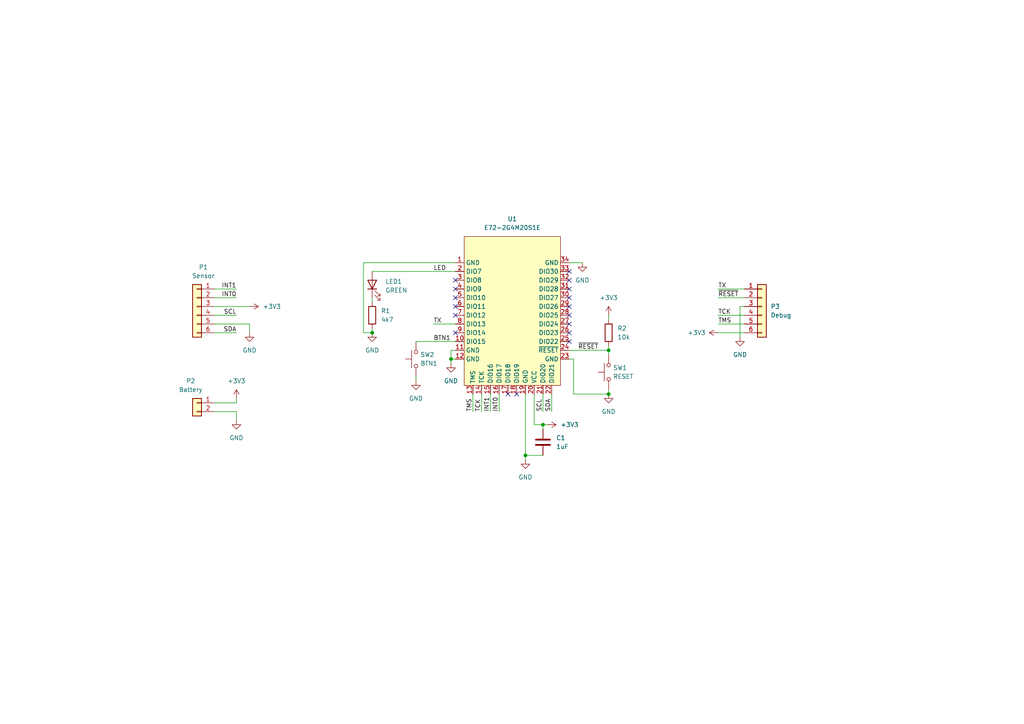
<source format=kicad_sch>
(kicad_sch (version 20210621) (generator eeschema)

  (uuid c09556de-6259-475c-9e7d-28400c507f14)

  (paper "A4")

  (title_block
    (title "Water Meter Zigbee Microcontroller")
    (date "2021-11-12")
    (rev "1.0.0")
    (company "Copyright (c) 2021 Alexander Dvorkovyy")
    (comment 1 "This work is licensed under a Creative Commons Attribution 4.0 International License.")
  )

  (lib_symbols
    (symbol "Connector_Generic:Conn_01x02" (pin_names (offset 1.016) hide) (in_bom yes) (on_board yes)
      (property "Reference" "P2" (id 0) (at 1.8415 6.35 0)
        (effects (font (size 1.27 1.27)))
      )
      (property "Value" "Battery" (id 1) (at 1.8415 3.81 0)
        (effects (font (size 1.27 1.27)))
      )
      (property "Footprint" "" (id 2) (at 0 0 0)
        (effects (font (size 1.27 1.27)) hide)
      )
      (property "Datasheet" "~" (id 3) (at 0 0 0)
        (effects (font (size 1.27 1.27)) hide)
      )
      (property "ki_keywords" "connector" (id 4) (at 0 0 0)
        (effects (font (size 1.27 1.27)) hide)
      )
      (property "ki_description" "Generic connector, single row, 01x02, script generated (kicad-library-utils/schlib/autogen/connector/)" (id 5) (at 0 0 0)
        (effects (font (size 1.27 1.27)) hide)
      )
      (property "ki_fp_filters" "Connector*:*_1x??_*" (id 6) (at 0 0 0)
        (effects (font (size 1.27 1.27)) hide)
      )
      (symbol "Conn_01x02_1_1"
        (rectangle (start -1.27 -2.413) (end 0 -2.667)
          (stroke (width 0.1524) (type default) (color 0 0 0 0))
          (fill (type none))
        )
        (rectangle (start -1.27 0.127) (end 0 -0.127)
          (stroke (width 0.1524) (type default) (color 0 0 0 0))
          (fill (type none))
        )
        (rectangle (start -1.27 1.27) (end 1.27 -3.81)
          (stroke (width 0.254) (type default) (color 0 0 0 0))
          (fill (type background))
        )
        (pin power_out line (at -5.08 0 0) (length 3.81)
          (name "Pin_1" (effects (font (size 1.27 1.27))))
          (number "1" (effects (font (size 1.27 1.27))))
        )
        (pin power_out line (at -5.08 -2.54 0) (length 3.81)
          (name "Pin_2" (effects (font (size 1.27 1.27))))
          (number "2" (effects (font (size 1.27 1.27))))
        )
      )
    )
    (symbol "Connector_Generic:Conn_01x06" (pin_names (offset 1.016) hide) (in_bom yes) (on_board yes)
      (property "Reference" "J" (id 0) (at 0 7.62 0)
        (effects (font (size 1.27 1.27)))
      )
      (property "Value" "Conn_01x06" (id 1) (at 0 -10.16 0)
        (effects (font (size 1.27 1.27)))
      )
      (property "Footprint" "" (id 2) (at 0 0 0)
        (effects (font (size 1.27 1.27)) hide)
      )
      (property "Datasheet" "~" (id 3) (at 0 0 0)
        (effects (font (size 1.27 1.27)) hide)
      )
      (property "ki_keywords" "connector" (id 4) (at 0 0 0)
        (effects (font (size 1.27 1.27)) hide)
      )
      (property "ki_description" "Generic connector, single row, 01x06, script generated (kicad-library-utils/schlib/autogen/connector/)" (id 5) (at 0 0 0)
        (effects (font (size 1.27 1.27)) hide)
      )
      (property "ki_fp_filters" "Connector*:*_1x??_*" (id 6) (at 0 0 0)
        (effects (font (size 1.27 1.27)) hide)
      )
      (symbol "Conn_01x06_1_1"
        (rectangle (start -1.27 -7.493) (end 0 -7.747)
          (stroke (width 0.1524) (type default) (color 0 0 0 0))
          (fill (type none))
        )
        (rectangle (start -1.27 -4.953) (end 0 -5.207)
          (stroke (width 0.1524) (type default) (color 0 0 0 0))
          (fill (type none))
        )
        (rectangle (start -1.27 -2.413) (end 0 -2.667)
          (stroke (width 0.1524) (type default) (color 0 0 0 0))
          (fill (type none))
        )
        (rectangle (start -1.27 0.127) (end 0 -0.127)
          (stroke (width 0.1524) (type default) (color 0 0 0 0))
          (fill (type none))
        )
        (rectangle (start -1.27 2.667) (end 0 2.413)
          (stroke (width 0.1524) (type default) (color 0 0 0 0))
          (fill (type none))
        )
        (rectangle (start -1.27 5.207) (end 0 4.953)
          (stroke (width 0.1524) (type default) (color 0 0 0 0))
          (fill (type none))
        )
        (rectangle (start -1.27 6.35) (end 1.27 -8.89)
          (stroke (width 0.254) (type default) (color 0 0 0 0))
          (fill (type background))
        )
        (pin passive line (at -5.08 5.08 0) (length 3.81)
          (name "Pin_1" (effects (font (size 1.27 1.27))))
          (number "1" (effects (font (size 1.27 1.27))))
        )
        (pin passive line (at -5.08 2.54 0) (length 3.81)
          (name "Pin_2" (effects (font (size 1.27 1.27))))
          (number "2" (effects (font (size 1.27 1.27))))
        )
        (pin passive line (at -5.08 0 0) (length 3.81)
          (name "Pin_3" (effects (font (size 1.27 1.27))))
          (number "3" (effects (font (size 1.27 1.27))))
        )
        (pin passive line (at -5.08 -2.54 0) (length 3.81)
          (name "Pin_4" (effects (font (size 1.27 1.27))))
          (number "4" (effects (font (size 1.27 1.27))))
        )
        (pin passive line (at -5.08 -5.08 0) (length 3.81)
          (name "Pin_5" (effects (font (size 1.27 1.27))))
          (number "5" (effects (font (size 1.27 1.27))))
        )
        (pin passive line (at -5.08 -7.62 0) (length 3.81)
          (name "Pin_6" (effects (font (size 1.27 1.27))))
          (number "6" (effects (font (size 1.27 1.27))))
        )
      )
    )
    (symbol "Device:C" (pin_numbers hide) (pin_names (offset 0.254)) (in_bom yes) (on_board yes)
      (property "Reference" "C" (id 0) (at 0.635 2.54 0)
        (effects (font (size 1.27 1.27)) (justify left))
      )
      (property "Value" "C" (id 1) (at 0.635 -2.54 0)
        (effects (font (size 1.27 1.27)) (justify left))
      )
      (property "Footprint" "" (id 2) (at 0.9652 -3.81 0)
        (effects (font (size 1.27 1.27)) hide)
      )
      (property "Datasheet" "~" (id 3) (at 0 0 0)
        (effects (font (size 1.27 1.27)) hide)
      )
      (property "ki_keywords" "cap capacitor" (id 4) (at 0 0 0)
        (effects (font (size 1.27 1.27)) hide)
      )
      (property "ki_description" "Unpolarized capacitor" (id 5) (at 0 0 0)
        (effects (font (size 1.27 1.27)) hide)
      )
      (property "ki_fp_filters" "C_*" (id 6) (at 0 0 0)
        (effects (font (size 1.27 1.27)) hide)
      )
      (symbol "C_0_1"
        (polyline
          (pts
            (xy -2.032 -0.762)
            (xy 2.032 -0.762)
          )
          (stroke (width 0.508) (type default) (color 0 0 0 0))
          (fill (type none))
        )
        (polyline
          (pts
            (xy -2.032 0.762)
            (xy 2.032 0.762)
          )
          (stroke (width 0.508) (type default) (color 0 0 0 0))
          (fill (type none))
        )
      )
      (symbol "C_1_1"
        (pin passive line (at 0 3.81 270) (length 2.794)
          (name "~" (effects (font (size 1.27 1.27))))
          (number "1" (effects (font (size 1.27 1.27))))
        )
        (pin passive line (at 0 -3.81 90) (length 2.794)
          (name "~" (effects (font (size 1.27 1.27))))
          (number "2" (effects (font (size 1.27 1.27))))
        )
      )
    )
    (symbol "Device:LED" (pin_numbers hide) (pin_names (offset 1.016) hide) (in_bom yes) (on_board yes)
      (property "Reference" "D" (id 0) (at 0 2.54 0)
        (effects (font (size 1.27 1.27)))
      )
      (property "Value" "LED" (id 1) (at 0 -2.54 0)
        (effects (font (size 1.27 1.27)))
      )
      (property "Footprint" "" (id 2) (at 0 0 0)
        (effects (font (size 1.27 1.27)) hide)
      )
      (property "Datasheet" "~" (id 3) (at 0 0 0)
        (effects (font (size 1.27 1.27)) hide)
      )
      (property "ki_keywords" "LED diode" (id 4) (at 0 0 0)
        (effects (font (size 1.27 1.27)) hide)
      )
      (property "ki_description" "Light emitting diode" (id 5) (at 0 0 0)
        (effects (font (size 1.27 1.27)) hide)
      )
      (property "ki_fp_filters" "LED* LED_SMD:* LED_THT:*" (id 6) (at 0 0 0)
        (effects (font (size 1.27 1.27)) hide)
      )
      (symbol "LED_0_1"
        (polyline
          (pts
            (xy -1.27 -1.27)
            (xy -1.27 1.27)
          )
          (stroke (width 0.254) (type default) (color 0 0 0 0))
          (fill (type none))
        )
        (polyline
          (pts
            (xy -1.27 0)
            (xy 1.27 0)
          )
          (stroke (width 0) (type default) (color 0 0 0 0))
          (fill (type none))
        )
        (polyline
          (pts
            (xy 1.27 -1.27)
            (xy 1.27 1.27)
            (xy -1.27 0)
            (xy 1.27 -1.27)
          )
          (stroke (width 0.254) (type default) (color 0 0 0 0))
          (fill (type none))
        )
        (polyline
          (pts
            (xy -3.048 -0.762)
            (xy -4.572 -2.286)
            (xy -3.81 -2.286)
            (xy -4.572 -2.286)
            (xy -4.572 -1.524)
          )
          (stroke (width 0) (type default) (color 0 0 0 0))
          (fill (type none))
        )
        (polyline
          (pts
            (xy -1.778 -0.762)
            (xy -3.302 -2.286)
            (xy -2.54 -2.286)
            (xy -3.302 -2.286)
            (xy -3.302 -1.524)
          )
          (stroke (width 0) (type default) (color 0 0 0 0))
          (fill (type none))
        )
      )
      (symbol "LED_1_1"
        (pin passive line (at -3.81 0 0) (length 2.54)
          (name "K" (effects (font (size 1.27 1.27))))
          (number "1" (effects (font (size 1.27 1.27))))
        )
        (pin passive line (at 3.81 0 180) (length 2.54)
          (name "A" (effects (font (size 1.27 1.27))))
          (number "2" (effects (font (size 1.27 1.27))))
        )
      )
    )
    (symbol "Device:R" (pin_numbers hide) (pin_names (offset 0)) (in_bom yes) (on_board yes)
      (property "Reference" "R" (id 0) (at 2.032 0 90)
        (effects (font (size 1.27 1.27)))
      )
      (property "Value" "R" (id 1) (at 0 0 90)
        (effects (font (size 1.27 1.27)))
      )
      (property "Footprint" "" (id 2) (at -1.778 0 90)
        (effects (font (size 1.27 1.27)) hide)
      )
      (property "Datasheet" "~" (id 3) (at 0 0 0)
        (effects (font (size 1.27 1.27)) hide)
      )
      (property "ki_keywords" "R res resistor" (id 4) (at 0 0 0)
        (effects (font (size 1.27 1.27)) hide)
      )
      (property "ki_description" "Resistor" (id 5) (at 0 0 0)
        (effects (font (size 1.27 1.27)) hide)
      )
      (property "ki_fp_filters" "R_*" (id 6) (at 0 0 0)
        (effects (font (size 1.27 1.27)) hide)
      )
      (symbol "R_0_1"
        (rectangle (start -1.016 -2.54) (end 1.016 2.54)
          (stroke (width 0.254) (type default) (color 0 0 0 0))
          (fill (type none))
        )
      )
      (symbol "R_1_1"
        (pin passive line (at 0 3.81 270) (length 1.27)
          (name "~" (effects (font (size 1.27 1.27))))
          (number "1" (effects (font (size 1.27 1.27))))
        )
        (pin passive line (at 0 -3.81 90) (length 1.27)
          (name "~" (effects (font (size 1.27 1.27))))
          (number "2" (effects (font (size 1.27 1.27))))
        )
      )
    )
    (symbol "RF_Module_Goodies:E72-2G4M20S1E" (in_bom yes) (on_board yes)
      (property "Reference" "U" (id 0) (at -13.97 22.86 0)
        (effects (font (size 1.27 1.27)))
      )
      (property "Value" "E72-2G4M20S1E" (id 1) (at 0 17.78 0)
        (effects (font (size 1.27 1.27)))
      )
      (property "Footprint" "" (id 2) (at -1.27 66.04 0)
        (effects (font (size 1.27 1.27)) hide)
      )
      (property "Datasheet" "" (id 3) (at -1.27 66.04 0)
        (effects (font (size 1.27 1.27)) hide)
      )
      (symbol "E72-2G4M20S1E_0_1"
        (rectangle (start -15.24 21.59) (end 12.7 -21.59)
          (stroke (width 0.1524) (type default) (color 0 0 0 0))
          (fill (type background))
        )
        (rectangle (start 12.7 -21.59) (end 12.7 -21.59)
          (stroke (width 0.1524) (type default) (color 0 0 0 0))
          (fill (type none))
        )
      )
      (symbol "E72-2G4M20S1E_1_1"
        (pin power_in line (at -17.78 13.97 0) (length 2.54)
          (name "GND" (effects (font (size 1.27 1.27))))
          (number "1" (effects (font (size 1.27 1.27))))
        )
        (pin bidirectional line (at -17.78 -8.89 0) (length 2.54)
          (name "DIO15" (effects (font (size 1.27 1.27))))
          (number "10" (effects (font (size 1.27 1.27))))
        )
        (pin power_in line (at -17.78 -11.43 0) (length 2.54)
          (name "GND" (effects (font (size 1.27 1.27))))
          (number "11" (effects (font (size 1.27 1.27))))
        )
        (pin power_in line (at -17.78 -13.97 0) (length 2.54)
          (name "GND" (effects (font (size 1.27 1.27))))
          (number "12" (effects (font (size 1.27 1.27))))
        )
        (pin bidirectional line (at -12.7 -24.13 90) (length 2.54)
          (name "TMS" (effects (font (size 1.27 1.27))))
          (number "13" (effects (font (size 1.27 1.27))))
        )
        (pin bidirectional line (at -10.16 -24.13 90) (length 2.54)
          (name "TCK" (effects (font (size 1.27 1.27))))
          (number "14" (effects (font (size 1.27 1.27))))
        )
        (pin bidirectional line (at -7.62 -24.13 90) (length 2.54)
          (name "DIO16" (effects (font (size 1.27 1.27))))
          (number "15" (effects (font (size 1.27 1.27))))
        )
        (pin bidirectional line (at -5.08 -24.13 90) (length 2.54)
          (name "DIO17" (effects (font (size 1.27 1.27))))
          (number "16" (effects (font (size 1.27 1.27))))
        )
        (pin bidirectional line (at -2.54 -24.13 90) (length 2.54)
          (name "DIO18" (effects (font (size 1.27 1.27))))
          (number "17" (effects (font (size 1.27 1.27))))
        )
        (pin bidirectional line (at 0 -24.13 90) (length 2.54)
          (name "DIO19" (effects (font (size 1.27 1.27))))
          (number "18" (effects (font (size 1.27 1.27))))
        )
        (pin power_in line (at 2.54 -24.13 90) (length 2.54)
          (name "GND" (effects (font (size 1.27 1.27))))
          (number "19" (effects (font (size 1.27 1.27))))
        )
        (pin bidirectional line (at -17.78 11.43 0) (length 2.54)
          (name "DIO7" (effects (font (size 1.27 1.27))))
          (number "2" (effects (font (size 1.27 1.27))))
        )
        (pin power_in line (at 5.08 -24.13 90) (length 2.54)
          (name "VCC" (effects (font (size 1.27 1.27))))
          (number "20" (effects (font (size 1.27 1.27))))
        )
        (pin bidirectional line (at 7.62 -24.13 90) (length 2.54)
          (name "DIO20" (effects (font (size 1.27 1.27))))
          (number "21" (effects (font (size 1.27 1.27))))
        )
        (pin bidirectional line (at 10.16 -24.13 90) (length 2.54)
          (name "DIO21" (effects (font (size 1.27 1.27))))
          (number "22" (effects (font (size 1.27 1.27))))
        )
        (pin power_in line (at 15.24 -13.97 180) (length 2.54)
          (name "GND" (effects (font (size 1.27 1.27))))
          (number "23" (effects (font (size 1.27 1.27))))
        )
        (pin input line (at 15.24 -11.43 180) (length 2.54)
          (name "~{RESET}" (effects (font (size 1.27 1.27))))
          (number "24" (effects (font (size 1.27 1.27))))
        )
        (pin bidirectional line (at 15.24 -8.89 180) (length 2.54)
          (name "DIO22" (effects (font (size 1.27 1.27))))
          (number "25" (effects (font (size 1.27 1.27))))
        )
        (pin bidirectional line (at 15.24 -6.35 180) (length 2.54)
          (name "DIO23" (effects (font (size 1.27 1.27))))
          (number "26" (effects (font (size 1.27 1.27))))
        )
        (pin bidirectional line (at 15.24 -3.81 180) (length 2.54)
          (name "DIO24" (effects (font (size 1.27 1.27))))
          (number "27" (effects (font (size 1.27 1.27))))
        )
        (pin bidirectional line (at 15.24 -1.27 180) (length 2.54)
          (name "DIO25" (effects (font (size 1.27 1.27))))
          (number "28" (effects (font (size 1.27 1.27))))
        )
        (pin bidirectional line (at 15.24 1.27 180) (length 2.54)
          (name "DIO26" (effects (font (size 1.27 1.27))))
          (number "29" (effects (font (size 1.27 1.27))))
        )
        (pin bidirectional line (at -17.78 8.89 0) (length 2.54)
          (name "DIO8" (effects (font (size 1.27 1.27))))
          (number "3" (effects (font (size 1.27 1.27))))
        )
        (pin bidirectional line (at 15.24 3.81 180) (length 2.54)
          (name "DIO27" (effects (font (size 1.27 1.27))))
          (number "30" (effects (font (size 1.27 1.27))))
        )
        (pin bidirectional line (at 15.24 6.35 180) (length 2.54)
          (name "DIO28" (effects (font (size 1.27 1.27))))
          (number "31" (effects (font (size 1.27 1.27))))
        )
        (pin bidirectional line (at 15.24 8.89 180) (length 2.54)
          (name "DIO29" (effects (font (size 1.27 1.27))))
          (number "32" (effects (font (size 1.27 1.27))))
        )
        (pin bidirectional line (at 15.24 11.43 180) (length 2.54)
          (name "DIO30" (effects (font (size 1.27 1.27))))
          (number "33" (effects (font (size 1.27 1.27))))
        )
        (pin power_in line (at 15.24 13.97 180) (length 2.54)
          (name "GND" (effects (font (size 1.27 1.27))))
          (number "34" (effects (font (size 1.27 1.27))))
        )
        (pin bidirectional line (at -17.78 6.35 0) (length 2.54)
          (name "DIO9" (effects (font (size 1.27 1.27))))
          (number "4" (effects (font (size 1.27 1.27))))
        )
        (pin bidirectional line (at -17.78 3.81 0) (length 2.54)
          (name "DIO10" (effects (font (size 1.27 1.27))))
          (number "5" (effects (font (size 1.27 1.27))))
        )
        (pin bidirectional line (at -17.78 1.27 0) (length 2.54)
          (name "DIO11" (effects (font (size 1.27 1.27))))
          (number "6" (effects (font (size 1.27 1.27))))
        )
        (pin bidirectional line (at -17.78 -1.27 0) (length 2.54)
          (name "DIO12" (effects (font (size 1.27 1.27))))
          (number "7" (effects (font (size 1.27 1.27))))
        )
        (pin bidirectional line (at -17.78 -3.81 0) (length 2.54)
          (name "DIO13" (effects (font (size 1.27 1.27))))
          (number "8" (effects (font (size 1.27 1.27))))
        )
        (pin bidirectional line (at -17.78 -6.35 0) (length 2.54)
          (name "DIO14" (effects (font (size 1.27 1.27))))
          (number "9" (effects (font (size 1.27 1.27))))
        )
      )
    )
    (symbol "Switch:SW_Push" (pin_numbers hide) (pin_names (offset 1.016) hide) (in_bom yes) (on_board yes)
      (property "Reference" "SW" (id 0) (at 1.27 2.54 0)
        (effects (font (size 1.27 1.27)) (justify left))
      )
      (property "Value" "SW_Push" (id 1) (at 0 -1.524 0)
        (effects (font (size 1.27 1.27)))
      )
      (property "Footprint" "" (id 2) (at 0 5.08 0)
        (effects (font (size 1.27 1.27)) hide)
      )
      (property "Datasheet" "~" (id 3) (at 0 5.08 0)
        (effects (font (size 1.27 1.27)) hide)
      )
      (property "ki_keywords" "switch normally-open pushbutton push-button" (id 4) (at 0 0 0)
        (effects (font (size 1.27 1.27)) hide)
      )
      (property "ki_description" "Push button switch, generic, two pins" (id 5) (at 0 0 0)
        (effects (font (size 1.27 1.27)) hide)
      )
      (symbol "SW_Push_0_1"
        (circle (center -2.032 0) (radius 0.508)           (stroke (width 0) (type default) (color 0 0 0 0))
          (fill (type none))
        )
        (polyline
          (pts
            (xy 0 1.27)
            (xy 0 3.048)
          )
          (stroke (width 0) (type default) (color 0 0 0 0))
          (fill (type none))
        )
        (polyline
          (pts
            (xy 2.54 1.27)
            (xy -2.54 1.27)
          )
          (stroke (width 0) (type default) (color 0 0 0 0))
          (fill (type none))
        )
        (circle (center 2.032 0) (radius 0.508)           (stroke (width 0) (type default) (color 0 0 0 0))
          (fill (type none))
        )
        (pin passive line (at -5.08 0 0) (length 2.54)
          (name "1" (effects (font (size 1.27 1.27))))
          (number "1" (effects (font (size 1.27 1.27))))
        )
        (pin passive line (at 5.08 0 180) (length 2.54)
          (name "2" (effects (font (size 1.27 1.27))))
          (number "2" (effects (font (size 1.27 1.27))))
        )
      )
    )
    (symbol "power:+3V3" (power) (pin_names (offset 0)) (in_bom yes) (on_board yes)
      (property "Reference" "#PWR" (id 0) (at 0 -3.81 0)
        (effects (font (size 1.27 1.27)) hide)
      )
      (property "Value" "+3V3" (id 1) (at 0 3.556 0)
        (effects (font (size 1.27 1.27)))
      )
      (property "Footprint" "" (id 2) (at 0 0 0)
        (effects (font (size 1.27 1.27)) hide)
      )
      (property "Datasheet" "" (id 3) (at 0 0 0)
        (effects (font (size 1.27 1.27)) hide)
      )
      (property "ki_keywords" "power-flag" (id 4) (at 0 0 0)
        (effects (font (size 1.27 1.27)) hide)
      )
      (property "ki_description" "Power symbol creates a global label with name \"+3V3\"" (id 5) (at 0 0 0)
        (effects (font (size 1.27 1.27)) hide)
      )
      (symbol "+3V3_0_1"
        (polyline
          (pts
            (xy -0.762 1.27)
            (xy 0 2.54)
          )
          (stroke (width 0) (type default) (color 0 0 0 0))
          (fill (type none))
        )
        (polyline
          (pts
            (xy 0 0)
            (xy 0 2.54)
          )
          (stroke (width 0) (type default) (color 0 0 0 0))
          (fill (type none))
        )
        (polyline
          (pts
            (xy 0 2.54)
            (xy 0.762 1.27)
          )
          (stroke (width 0) (type default) (color 0 0 0 0))
          (fill (type none))
        )
      )
      (symbol "+3V3_1_1"
        (pin power_in line (at 0 0 90) (length 0) hide
          (name "+3V3" (effects (font (size 1.27 1.27))))
          (number "1" (effects (font (size 1.27 1.27))))
        )
      )
    )
    (symbol "power:GND" (power) (pin_names (offset 0)) (in_bom yes) (on_board yes)
      (property "Reference" "#PWR" (id 0) (at 0 -6.35 0)
        (effects (font (size 1.27 1.27)) hide)
      )
      (property "Value" "GND" (id 1) (at 0 -3.81 0)
        (effects (font (size 1.27 1.27)))
      )
      (property "Footprint" "" (id 2) (at 0 0 0)
        (effects (font (size 1.27 1.27)) hide)
      )
      (property "Datasheet" "" (id 3) (at 0 0 0)
        (effects (font (size 1.27 1.27)) hide)
      )
      (property "ki_keywords" "power-flag" (id 4) (at 0 0 0)
        (effects (font (size 1.27 1.27)) hide)
      )
      (property "ki_description" "Power symbol creates a global label with name \"GND\" , ground" (id 5) (at 0 0 0)
        (effects (font (size 1.27 1.27)) hide)
      )
      (symbol "GND_0_1"
        (polyline
          (pts
            (xy 0 0)
            (xy 0 -1.27)
            (xy 1.27 -1.27)
            (xy 0 -2.54)
            (xy -1.27 -1.27)
            (xy 0 -1.27)
          )
          (stroke (width 0) (type default) (color 0 0 0 0))
          (fill (type none))
        )
      )
      (symbol "GND_1_1"
        (pin power_in line (at 0 0 270) (length 0) hide
          (name "GND" (effects (font (size 1.27 1.27))))
          (number "1" (effects (font (size 1.27 1.27))))
        )
      )
    )
  )

  (junction (at 157.48 123.19) (diameter 0) (color 0 0 0 0))
  (junction (at 152.4 132.08) (diameter 0) (color 0 0 0 0))
  (junction (at 130.81 104.14) (diameter 0) (color 0 0 0 0))
  (junction (at 176.53 101.6) (diameter 0) (color 0 0 0 0))
  (junction (at 176.53 114.3) (diameter 0) (color 0 0 0 0))
  (junction (at 107.95 96.52) (diameter 0) (color 0 0 0 0))

  (no_connect (at 132.08 81.28) (uuid 1c4d237f-a96b-4785-bf04-e6f83b7e98fb))
  (no_connect (at 132.08 83.82) (uuid 1c4d237f-a96b-4785-bf04-e6f83b7e98fb))
  (no_connect (at 132.08 86.36) (uuid 1c4d237f-a96b-4785-bf04-e6f83b7e98fb))
  (no_connect (at 149.86 114.3) (uuid 6b9e4083-3cc9-4090-a0fa-8626dbdb2c84))
  (no_connect (at 147.32 114.3) (uuid 6b9e4083-3cc9-4090-a0fa-8626dbdb2c84))
  (no_connect (at 132.08 91.44) (uuid 6b9e4083-3cc9-4090-a0fa-8626dbdb2c84))
  (no_connect (at 132.08 88.9) (uuid 6b9e4083-3cc9-4090-a0fa-8626dbdb2c84))
  (no_connect (at 132.08 96.52) (uuid 6b9e4083-3cc9-4090-a0fa-8626dbdb2c84))
  (no_connect (at 165.1 99.06) (uuid 6f136d94-6122-4885-8d3b-1ce7551fd71a))
  (no_connect (at 165.1 96.52) (uuid 6f136d94-6122-4885-8d3b-1ce7551fd71a))
  (no_connect (at 165.1 91.44) (uuid 6f136d94-6122-4885-8d3b-1ce7551fd71a))
  (no_connect (at 165.1 93.98) (uuid 6f136d94-6122-4885-8d3b-1ce7551fd71a))
  (no_connect (at 165.1 78.74) (uuid 6f136d94-6122-4885-8d3b-1ce7551fd71a))
  (no_connect (at 165.1 88.9) (uuid 6f136d94-6122-4885-8d3b-1ce7551fd71a))
  (no_connect (at 165.1 86.36) (uuid 6f136d94-6122-4885-8d3b-1ce7551fd71a))
  (no_connect (at 165.1 83.82) (uuid 6f136d94-6122-4885-8d3b-1ce7551fd71a))
  (no_connect (at 165.1 81.28) (uuid 6f136d94-6122-4885-8d3b-1ce7551fd71a))

  (wire (pts (xy 107.95 95.25) (xy 107.95 96.52))
    (stroke (width 0) (type default) (color 0 0 0 0))
    (uuid 0c1aaeb5-988b-4134-8e6c-89096cd6fcd7)
  )
  (wire (pts (xy 215.9 88.9) (xy 214.63 88.9))
    (stroke (width 0) (type default) (color 0 0 0 0))
    (uuid 1907510c-7bb4-4d13-b4d8-0418a4de9b83)
  )
  (wire (pts (xy 214.63 88.9) (xy 214.63 97.79))
    (stroke (width 0) (type default) (color 0 0 0 0))
    (uuid 1907510c-7bb4-4d13-b4d8-0418a4de9b83)
  )
  (wire (pts (xy 154.94 114.3) (xy 154.94 123.19))
    (stroke (width 0) (type default) (color 0 0 0 0))
    (uuid 1fb1ed30-7bb4-44d8-aa02-808187ec042a)
  )
  (wire (pts (xy 154.94 123.19) (xy 157.48 123.19))
    (stroke (width 0) (type default) (color 0 0 0 0))
    (uuid 1fb1ed30-7bb4-44d8-aa02-808187ec042a)
  )
  (wire (pts (xy 208.28 86.36) (xy 215.9 86.36))
    (stroke (width 0) (type default) (color 0 0 0 0))
    (uuid 207c3f32-7464-4a77-b48f-1fe38caa1690)
  )
  (wire (pts (xy 62.23 119.38) (xy 68.58 119.38))
    (stroke (width 0) (type default) (color 0 0 0 0))
    (uuid 2249c24b-238d-4ff4-a3e1-acf8f715318c)
  )
  (wire (pts (xy 62.23 88.9) (xy 72.39 88.9))
    (stroke (width 0) (type default) (color 0 0 0 0))
    (uuid 2294ca6f-6320-4a1f-ac2f-fbc818ab2fb1)
  )
  (wire (pts (xy 130.81 104.14) (xy 132.08 104.14))
    (stroke (width 0) (type default) (color 0 0 0 0))
    (uuid 2af052d2-6dd3-498a-afe0-bcda47795dfc)
  )
  (wire (pts (xy 176.53 91.44) (xy 176.53 92.71))
    (stroke (width 0) (type default) (color 0 0 0 0))
    (uuid 328116e0-95cf-4424-ac3c-02f2840a75dd)
  )
  (wire (pts (xy 176.53 113.03) (xy 176.53 114.3))
    (stroke (width 0) (type default) (color 0 0 0 0))
    (uuid 39de6f58-c91d-4d42-bb3d-6296d3579f48)
  )
  (wire (pts (xy 72.39 93.98) (xy 72.39 96.52))
    (stroke (width 0) (type default) (color 0 0 0 0))
    (uuid 42d75831-ed78-4ebe-8e4a-b2b3c780569a)
  )
  (wire (pts (xy 157.48 123.19) (xy 158.75 123.19))
    (stroke (width 0) (type default) (color 0 0 0 0))
    (uuid 42e4450a-1e09-457d-a599-95b2c2f370f4)
  )
  (wire (pts (xy 208.28 93.98) (xy 215.9 93.98))
    (stroke (width 0) (type default) (color 0 0 0 0))
    (uuid 430bcf49-832f-440f-bf9b-129f71a60ac5)
  )
  (wire (pts (xy 68.58 119.38) (xy 68.58 121.92))
    (stroke (width 0) (type default) (color 0 0 0 0))
    (uuid 4906d977-e80b-401b-bbd2-4d913d18da1d)
  )
  (wire (pts (xy 130.81 104.14) (xy 130.81 105.41))
    (stroke (width 0) (type default) (color 0 0 0 0))
    (uuid 4f625d52-c3cc-4591-b610-4b4e1aea0075)
  )
  (wire (pts (xy 130.81 101.6) (xy 130.81 104.14))
    (stroke (width 0) (type default) (color 0 0 0 0))
    (uuid 4f625d52-c3cc-4591-b610-4b4e1aea0075)
  )
  (wire (pts (xy 132.08 101.6) (xy 130.81 101.6))
    (stroke (width 0) (type default) (color 0 0 0 0))
    (uuid 4f625d52-c3cc-4591-b610-4b4e1aea0075)
  )
  (wire (pts (xy 208.28 91.44) (xy 215.9 91.44))
    (stroke (width 0) (type default) (color 0 0 0 0))
    (uuid 542a8e72-b4a2-4614-87ac-8be4323295b3)
  )
  (wire (pts (xy 142.24 114.3) (xy 142.24 119.38))
    (stroke (width 0) (type default) (color 0 0 0 0))
    (uuid 5c276108-43fa-44a1-b68c-e1a89e425894)
  )
  (wire (pts (xy 160.02 114.3) (xy 160.02 119.38))
    (stroke (width 0) (type default) (color 0 0 0 0))
    (uuid 61d5efc0-e7ac-4fa8-a14f-0f62e60233b4)
  )
  (wire (pts (xy 152.4 132.08) (xy 157.48 132.08))
    (stroke (width 0) (type default) (color 0 0 0 0))
    (uuid 6283275d-0377-4c16-9d8c-4ecc02cc2074)
  )
  (wire (pts (xy 208.28 83.82) (xy 215.9 83.82))
    (stroke (width 0) (type default) (color 0 0 0 0))
    (uuid 6acd659e-bf8d-4d56-bd75-36288d768ccb)
  )
  (wire (pts (xy 125.73 93.98) (xy 132.08 93.98))
    (stroke (width 0) (type default) (color 0 0 0 0))
    (uuid 74d4f63f-35c1-4306-8c6e-b10dc3fbb1a7)
  )
  (wire (pts (xy 157.48 114.3) (xy 157.48 119.38))
    (stroke (width 0) (type default) (color 0 0 0 0))
    (uuid 7eb8f5d5-e122-4343-bb61-d4f411a85d6a)
  )
  (wire (pts (xy 105.41 96.52) (xy 107.95 96.52))
    (stroke (width 0) (type default) (color 0 0 0 0))
    (uuid 84e3fe03-9300-416d-8079-b31a655006d1)
  )
  (wire (pts (xy 105.41 76.2) (xy 105.41 96.52))
    (stroke (width 0) (type default) (color 0 0 0 0))
    (uuid 84e3fe03-9300-416d-8079-b31a655006d1)
  )
  (wire (pts (xy 132.08 76.2) (xy 105.41 76.2))
    (stroke (width 0) (type default) (color 0 0 0 0))
    (uuid 84e3fe03-9300-416d-8079-b31a655006d1)
  )
  (wire (pts (xy 62.23 91.44) (xy 68.58 91.44))
    (stroke (width 0) (type default) (color 0 0 0 0))
    (uuid 85faa2a6-80de-4613-a8e0-741249167a53)
  )
  (wire (pts (xy 165.1 76.2) (xy 168.91 76.2))
    (stroke (width 0) (type default) (color 0 0 0 0))
    (uuid 873b3c75-9e68-411f-8966-0feb94d3d996)
  )
  (wire (pts (xy 137.16 114.3) (xy 137.16 119.38))
    (stroke (width 0) (type default) (color 0 0 0 0))
    (uuid 8ba20b90-eddf-4fb3-b12d-2a40f4345ea8)
  )
  (wire (pts (xy 68.58 116.84) (xy 68.58 115.57))
    (stroke (width 0) (type default) (color 0 0 0 0))
    (uuid 9144293e-9f02-4f96-8702-689d2405b148)
  )
  (wire (pts (xy 62.23 116.84) (xy 68.58 116.84))
    (stroke (width 0) (type default) (color 0 0 0 0))
    (uuid 9144293e-9f02-4f96-8702-689d2405b148)
  )
  (wire (pts (xy 107.95 78.74) (xy 132.08 78.74))
    (stroke (width 0) (type default) (color 0 0 0 0))
    (uuid 95dbf2c9-9111-40c1-b8de-a4b474a19d61)
  )
  (wire (pts (xy 62.23 96.52) (xy 68.58 96.52))
    (stroke (width 0) (type default) (color 0 0 0 0))
    (uuid 9c156661-a600-45a6-9dcc-467048c63293)
  )
  (wire (pts (xy 120.65 99.06) (xy 132.08 99.06))
    (stroke (width 0) (type default) (color 0 0 0 0))
    (uuid a4db9ca8-5616-425b-845f-8ae4fc2de578)
  )
  (wire (pts (xy 62.23 83.82) (xy 68.58 83.82))
    (stroke (width 0) (type default) (color 0 0 0 0))
    (uuid c11d7db0-8e90-401a-9814-e16853722c0f)
  )
  (wire (pts (xy 176.53 101.6) (xy 176.53 102.87))
    (stroke (width 0) (type default) (color 0 0 0 0))
    (uuid c45c9fc9-ff9a-4eef-aabd-ce5a17508334)
  )
  (wire (pts (xy 176.53 100.33) (xy 176.53 101.6))
    (stroke (width 0) (type default) (color 0 0 0 0))
    (uuid c45c9fc9-ff9a-4eef-aabd-ce5a17508334)
  )
  (wire (pts (xy 62.23 86.36) (xy 68.58 86.36))
    (stroke (width 0) (type default) (color 0 0 0 0))
    (uuid ca104046-bbbb-481c-b12e-05eafd4f1e81)
  )
  (wire (pts (xy 120.65 109.22) (xy 120.65 110.49))
    (stroke (width 0) (type default) (color 0 0 0 0))
    (uuid cb5f39f3-3a9c-4907-bbc8-1be1ecabcc58)
  )
  (wire (pts (xy 208.28 96.52) (xy 215.9 96.52))
    (stroke (width 0) (type default) (color 0 0 0 0))
    (uuid d3b26ae8-ab3c-4820-a3d3-3b4d8611cd9d)
  )
  (wire (pts (xy 62.23 93.98) (xy 72.39 93.98))
    (stroke (width 0) (type default) (color 0 0 0 0))
    (uuid e49bfb62-64b1-4856-b505-90011eff4a5c)
  )
  (wire (pts (xy 157.48 123.19) (xy 157.48 124.46))
    (stroke (width 0) (type default) (color 0 0 0 0))
    (uuid e6f068b3-5cce-4d19-be16-2a6501e2ffca)
  )
  (wire (pts (xy 107.95 86.36) (xy 107.95 87.63))
    (stroke (width 0) (type default) (color 0 0 0 0))
    (uuid e78651a5-e24a-4c01-a757-6963e91b8c68)
  )
  (wire (pts (xy 165.1 101.6) (xy 176.53 101.6))
    (stroke (width 0) (type default) (color 0 0 0 0))
    (uuid e7c2bc0a-fde8-4e04-ab90-120b79686479)
  )
  (wire (pts (xy 144.78 114.3) (xy 144.78 119.38))
    (stroke (width 0) (type default) (color 0 0 0 0))
    (uuid f3abcba0-9561-4a6a-b77a-a6db89ffc18d)
  )
  (wire (pts (xy 152.4 114.3) (xy 152.4 132.08))
    (stroke (width 0) (type default) (color 0 0 0 0))
    (uuid f53393e8-ef01-41fd-a1dd-5efd94eff584)
  )
  (wire (pts (xy 152.4 132.08) (xy 152.4 133.35))
    (stroke (width 0) (type default) (color 0 0 0 0))
    (uuid f53393e8-ef01-41fd-a1dd-5efd94eff584)
  )
  (wire (pts (xy 166.37 104.14) (xy 166.37 114.3))
    (stroke (width 0) (type default) (color 0 0 0 0))
    (uuid fc24f6b3-47e0-4fbb-8df8-152411ff535e)
  )
  (wire (pts (xy 166.37 114.3) (xy 176.53 114.3))
    (stroke (width 0) (type default) (color 0 0 0 0))
    (uuid fc24f6b3-47e0-4fbb-8df8-152411ff535e)
  )
  (wire (pts (xy 165.1 104.14) (xy 166.37 104.14))
    (stroke (width 0) (type default) (color 0 0 0 0))
    (uuid fc24f6b3-47e0-4fbb-8df8-152411ff535e)
  )
  (wire (pts (xy 139.7 114.3) (xy 139.7 119.38))
    (stroke (width 0) (type default) (color 0 0 0 0))
    (uuid ff8050d9-8767-4748-a3d8-45baff6ee0ca)
  )

  (label "INT0" (at 144.78 119.38 90)
    (effects (font (size 1.27 1.27)) (justify left bottom))
    (uuid 0365cadc-4fdb-47b8-9fcc-bb9b63c28fd1)
  )
  (label "TMS" (at 208.28 93.98 0)
    (effects (font (size 1.27 1.27)) (justify left bottom))
    (uuid 0501f2e8-b94b-4c60-9369-6f788982ad70)
  )
  (label "TCK" (at 208.28 91.44 0)
    (effects (font (size 1.27 1.27)) (justify left bottom))
    (uuid 1176c71b-cc1f-434b-b815-d6c9d1f6de34)
  )
  (label "INT1" (at 68.58 83.82 180)
    (effects (font (size 1.27 1.27)) (justify right bottom))
    (uuid 3b2111ea-c243-478d-ae77-961139806a38)
  )
  (label "LED" (at 125.73 78.74 0)
    (effects (font (size 1.27 1.27)) (justify left bottom))
    (uuid 3d231fdc-6f19-4d06-b602-16e824eed624)
  )
  (label "TMS" (at 137.16 119.38 90)
    (effects (font (size 1.27 1.27)) (justify left bottom))
    (uuid 543db1bc-afea-4f7b-ae3f-03962e7af00f)
  )
  (label "SDA" (at 160.02 119.38 90)
    (effects (font (size 1.27 1.27)) (justify left bottom))
    (uuid 5660bf19-f0d0-4ce0-a606-ed403228873c)
  )
  (label "~{RESET}" (at 208.28 86.36 0)
    (effects (font (size 1.27 1.27)) (justify left bottom))
    (uuid 639f9e1b-a09e-4045-9fac-3c6b576b6a74)
  )
  (label "SDA" (at 68.58 96.52 180)
    (effects (font (size 1.27 1.27)) (justify right bottom))
    (uuid 729211ed-8a5b-45ff-b0e9-008224807ff9)
  )
  (label "TX" (at 125.73 93.98 0)
    (effects (font (size 1.27 1.27)) (justify left bottom))
    (uuid 7df79dc8-60b1-4e2f-b915-b31b12f3556e)
  )
  (label "~{RESET}" (at 167.64 101.6 0)
    (effects (font (size 1.27 1.27)) (justify left bottom))
    (uuid 7e30f326-4c54-437b-a3d0-68feaeb136b5)
  )
  (label "TX" (at 208.28 83.82 0)
    (effects (font (size 1.27 1.27)) (justify left bottom))
    (uuid a7c7bb20-321c-4b90-bd71-dc305efe3354)
  )
  (label "BTN1" (at 125.73 99.06 0)
    (effects (font (size 1.27 1.27)) (justify left bottom))
    (uuid ace714ec-fd1f-492a-baef-6d67c6b9f916)
  )
  (label "INT0" (at 68.58 86.36 180)
    (effects (font (size 1.27 1.27)) (justify right bottom))
    (uuid b1b7bd4c-cd0d-4753-955a-03e17a4b85aa)
  )
  (label "TCK" (at 139.7 119.38 90)
    (effects (font (size 1.27 1.27)) (justify left bottom))
    (uuid bb5b053b-8ee7-4fe7-b9f5-831da9b68f33)
  )
  (label "SCL" (at 68.58 91.44 180)
    (effects (font (size 1.27 1.27)) (justify right bottom))
    (uuid cc4c20db-2232-4a77-89ae-e648e7e64763)
  )
  (label "SCL" (at 157.48 119.38 90)
    (effects (font (size 1.27 1.27)) (justify left bottom))
    (uuid e6bf55c6-97da-41b2-ba5d-29c06dc426c2)
  )
  (label "INT1" (at 142.24 119.38 90)
    (effects (font (size 1.27 1.27)) (justify left bottom))
    (uuid ea1bfe6a-0736-4e99-b553-2e89a56980a2)
  )

  (symbol (lib_id "RF_Module_Goodies:E72-2G4M20S1E") (at 149.86 90.17 0) (unit 1)
    (in_bom yes) (on_board yes) (fields_autoplaced)
    (uuid 0557b20b-7b36-4dab-8270-53d0c10b039e)
    (property "Reference" "U1" (id 0) (at 148.59 63.5 0))
    (property "Value" "E72-2G4M20S1E" (id 1) (at 148.59 66.04 0))
    (property "Footprint" "RF_Module_Goodies:E72-2G4M20S1E" (id 2) (at 148.59 24.13 0)
      (effects (font (size 1.27 1.27)) hide)
    )
    (property "Datasheet" "" (id 3) (at 148.59 24.13 0)
      (effects (font (size 1.27 1.27)) hide)
    )
    (pin "1" (uuid f9594e91-e171-4789-8468-19f2193de254))
    (pin "10" (uuid 024a78f3-6f8d-4d47-93bc-16e041095840))
    (pin "11" (uuid a948ca13-63ef-4292-b783-23afe8926354))
    (pin "12" (uuid 779c3c20-b8b4-43f4-9be0-65099c9ae4b4))
    (pin "13" (uuid ef17d6ee-cee5-4722-9b5c-65740507dcb2))
    (pin "14" (uuid 955dfb3c-5876-46ef-af1e-025825d3904f))
    (pin "15" (uuid f1b14634-9441-4c80-b17e-94f9cf3023b7))
    (pin "16" (uuid c737cd00-de48-4520-a391-acd1d0d12c05))
    (pin "17" (uuid 348442b9-c68b-4b42-9080-34455ad2ec4b))
    (pin "18" (uuid 3b1f09ae-cadd-49b8-b44b-e4ae2a82d618))
    (pin "19" (uuid 298adb71-8e06-4c8e-ad76-7d30d5027acd))
    (pin "2" (uuid f682c6fb-d42f-472c-985b-b246cd5be012))
    (pin "20" (uuid ad0a659b-9940-4727-89b2-c20462daf8af))
    (pin "21" (uuid a2de3c00-825a-4d22-8487-61406c491b8b))
    (pin "22" (uuid 83bfc1d3-be11-40d7-a1d8-781e6922bc0f))
    (pin "23" (uuid 1ac918ba-ccea-4508-a0d6-bdcd4435e8e8))
    (pin "24" (uuid f2fd0934-b3cd-4520-aa7e-cee0560b6531))
    (pin "25" (uuid 023433b2-40d8-475c-8821-73d5f4280c01))
    (pin "26" (uuid 83ec6509-373b-483b-94e4-c022c9b842ec))
    (pin "27" (uuid 083e9bc0-82b8-4bc6-a2d0-8681e52f0781))
    (pin "28" (uuid 9ec85a80-fd55-4d53-9c65-a0c04bda98e2))
    (pin "29" (uuid f66cca5d-8558-4489-bab0-ceb51e0bec2e))
    (pin "3" (uuid 7f80f828-122d-45ee-82b4-2c6db836a1a1))
    (pin "30" (uuid 7fa0d184-f696-4282-b405-b681536b154d))
    (pin "31" (uuid 7af2b68e-210e-4372-bea2-97598bcbf2fc))
    (pin "32" (uuid 5c6cddcf-d2bf-466a-87bb-e6ea0d527f27))
    (pin "33" (uuid 22d9aa1f-2495-4ee7-8f61-0af1c4bd4f28))
    (pin "34" (uuid e1561e4d-43d5-416d-8d83-d18a3b17c7d4))
    (pin "4" (uuid 50e957ad-4c56-4549-955f-532e340afec3))
    (pin "5" (uuid 0a154982-8c7d-4656-a981-52070f49ba1e))
    (pin "6" (uuid 2e08ee5f-f743-4ef7-aabf-618ad4661410))
    (pin "7" (uuid 73a53001-0228-44ec-a807-15a88ac3565b))
    (pin "8" (uuid ae85502b-dd24-4361-bf5e-fd6dfa4a02c4))
    (pin "9" (uuid cf83b2bc-98fd-4459-aa1e-0508888e9f1a))
  )

  (symbol (lib_id "power:GND") (at 68.58 121.92 0) (unit 1)
    (in_bom yes) (on_board yes) (fields_autoplaced)
    (uuid 239b2e6b-ca33-4fbd-a3dd-9431fae0d1ef)
    (property "Reference" "#PWR01" (id 0) (at 68.58 128.27 0)
      (effects (font (size 1.27 1.27)) hide)
    )
    (property "Value" "GND" (id 1) (at 68.58 127 0))
    (property "Footprint" "" (id 2) (at 68.58 121.92 0)
      (effects (font (size 1.27 1.27)) hide)
    )
    (property "Datasheet" "" (id 3) (at 68.58 121.92 0)
      (effects (font (size 1.27 1.27)) hide)
    )
    (pin "1" (uuid 313074bc-38bc-4231-970a-aca4028ab749))
  )

  (symbol (lib_id "Switch:SW_Push") (at 176.53 107.95 90) (unit 1)
    (in_bom yes) (on_board yes) (fields_autoplaced)
    (uuid 26c62fa8-3b76-4b8f-b591-de440dc0a8ff)
    (property "Reference" "SW1" (id 0) (at 177.8 106.6799 90)
      (effects (font (size 1.27 1.27)) (justify right))
    )
    (property "Value" "RESET" (id 1) (at 177.8 109.2199 90)
      (effects (font (size 1.27 1.27)) (justify right))
    )
    (property "Footprint" "Button_Switch_SMD:SW_SPST_EVQP2" (id 2) (at 171.45 107.95 0)
      (effects (font (size 1.27 1.27)) hide)
    )
    (property "Datasheet" "~" (id 3) (at 171.45 107.95 0)
      (effects (font (size 1.27 1.27)) hide)
    )
    (pin "1" (uuid a7e8cbb6-94f2-417a-83ea-dd17047437d2))
    (pin "2" (uuid 31c3cdb4-b2d5-4850-bd9d-d4668424d0ce))
  )

  (symbol (lib_id "power:+3V3") (at 72.39 88.9 270) (unit 1)
    (in_bom yes) (on_board yes) (fields_autoplaced)
    (uuid 2bc1ee63-3502-4fd6-9fe7-4a129a546fe7)
    (property "Reference" "#PWR03" (id 0) (at 68.58 88.9 0)
      (effects (font (size 1.27 1.27)) hide)
    )
    (property "Value" "+3V3" (id 1) (at 76.2 88.8999 90)
      (effects (font (size 1.27 1.27)) (justify left))
    )
    (property "Footprint" "" (id 2) (at 72.39 88.9 0)
      (effects (font (size 1.27 1.27)) hide)
    )
    (property "Datasheet" "" (id 3) (at 72.39 88.9 0)
      (effects (font (size 1.27 1.27)) hide)
    )
    (pin "1" (uuid e553ecaa-bb75-4481-8e40-359ddfd23c42))
  )

  (symbol (lib_id "Connector_Generic:Conn_01x06") (at 220.98 88.9 0) (unit 1)
    (in_bom no) (on_board yes) (fields_autoplaced)
    (uuid 326b16b6-6970-4a53-b083-06bbd5cabcfd)
    (property "Reference" "P3" (id 0) (at 223.52 88.8999 0)
      (effects (font (size 1.27 1.27)) (justify left))
    )
    (property "Value" "Debug" (id 1) (at 223.52 91.4399 0)
      (effects (font (size 1.27 1.27)) (justify left))
    )
    (property "Footprint" "Connector_PinHeader_2.54mm:PinHeader_1x06_P2.54mm_Vertical" (id 2) (at 220.98 88.9 0)
      (effects (font (size 1.27 1.27)) hide)
    )
    (property "Datasheet" "~" (id 3) (at 220.98 88.9 0)
      (effects (font (size 1.27 1.27)) hide)
    )
    (pin "1" (uuid 2cd3f549-2bc4-4e99-b0e4-c2b2b87c5977))
    (pin "2" (uuid c4d078a2-5ec5-4ab0-a3a0-1b41cc352673))
    (pin "3" (uuid df02f725-3cd4-42b6-af71-509ee56a3889))
    (pin "4" (uuid 1ec02c55-4fc6-4ff9-9ef5-fe8855ee53a0))
    (pin "5" (uuid 9123298b-f38f-4116-8051-788d1a7c7828))
    (pin "6" (uuid 23407714-ed02-490b-8dd7-69b409e5910c))
  )

  (symbol (lib_id "power:GND") (at 130.81 105.41 0) (unit 1)
    (in_bom yes) (on_board yes) (fields_autoplaced)
    (uuid 45061047-e957-478b-9354-eb9628490b4e)
    (property "Reference" "#PWR07" (id 0) (at 130.81 111.76 0)
      (effects (font (size 1.27 1.27)) hide)
    )
    (property "Value" "GND" (id 1) (at 130.81 110.49 0))
    (property "Footprint" "" (id 2) (at 130.81 105.41 0)
      (effects (font (size 1.27 1.27)) hide)
    )
    (property "Datasheet" "" (id 3) (at 130.81 105.41 0)
      (effects (font (size 1.27 1.27)) hide)
    )
    (pin "1" (uuid c0cbeb59-4d0c-438f-b98a-0ed4005f1a75))
  )

  (symbol (lib_id "Device:R") (at 107.95 91.44 0) (unit 1)
    (in_bom yes) (on_board yes) (fields_autoplaced)
    (uuid 466a7ea5-179f-456c-bafb-e734cd74a168)
    (property "Reference" "R1" (id 0) (at 110.49 90.1699 0)
      (effects (font (size 1.27 1.27)) (justify left))
    )
    (property "Value" "4k7" (id 1) (at 110.49 92.7099 0)
      (effects (font (size 1.27 1.27)) (justify left))
    )
    (property "Footprint" "Resistor_SMD:R_0805_2012Metric" (id 2) (at 106.172 91.44 90)
      (effects (font (size 1.27 1.27)) hide)
    )
    (property "Datasheet" "~" (id 3) (at 107.95 91.44 0)
      (effects (font (size 1.27 1.27)) hide)
    )
    (pin "1" (uuid 1e36117b-e459-4157-b510-c900ea91e37e))
    (pin "2" (uuid 235e0c06-d9c9-4feb-95fa-da4eaef494d9))
  )

  (symbol (lib_id "Device:C") (at 157.48 128.27 0) (unit 1)
    (in_bom yes) (on_board yes) (fields_autoplaced)
    (uuid 47797e2d-850b-4b46-a2ef-7632a7e0a004)
    (property "Reference" "C1" (id 0) (at 161.29 126.9999 0)
      (effects (font (size 1.27 1.27)) (justify left))
    )
    (property "Value" "1uF" (id 1) (at 161.29 129.5399 0)
      (effects (font (size 1.27 1.27)) (justify left))
    )
    (property "Footprint" "Capacitor_SMD:C_0402_1005Metric" (id 2) (at 158.4452 132.08 0)
      (effects (font (size 1.27 1.27)) hide)
    )
    (property "Datasheet" "~" (id 3) (at 157.48 128.27 0)
      (effects (font (size 1.27 1.27)) hide)
    )
    (pin "1" (uuid 387c1018-a3fe-4b72-b8de-27335ad82887))
    (pin "2" (uuid 08e18707-9234-4414-87bd-9c1b3900ec3f))
  )

  (symbol (lib_id "power:+3V3") (at 208.28 96.52 90) (unit 1)
    (in_bom yes) (on_board yes)
    (uuid 4d9414d2-c95c-433c-a33f-65cd974afe41)
    (property "Reference" "#PWR013" (id 0) (at 212.09 96.52 0)
      (effects (font (size 1.27 1.27)) hide)
    )
    (property "Value" "+3V3" (id 1) (at 199.39 96.5199 90)
      (effects (font (size 1.27 1.27)) (justify right))
    )
    (property "Footprint" "" (id 2) (at 208.28 96.52 0)
      (effects (font (size 1.27 1.27)) hide)
    )
    (property "Datasheet" "" (id 3) (at 208.28 96.52 0)
      (effects (font (size 1.27 1.27)) hide)
    )
    (pin "1" (uuid aeebb00d-eac2-4460-a0de-50b57740d0ae))
  )

  (symbol (lib_id "power:+3V3") (at 176.53 91.44 0) (unit 1)
    (in_bom yes) (on_board yes) (fields_autoplaced)
    (uuid 4f0df3cc-af37-434e-b8f8-0813d8a53e8d)
    (property "Reference" "#PWR011" (id 0) (at 176.53 95.25 0)
      (effects (font (size 1.27 1.27)) hide)
    )
    (property "Value" "+3V3" (id 1) (at 176.53 86.36 0))
    (property "Footprint" "" (id 2) (at 176.53 91.44 0)
      (effects (font (size 1.27 1.27)) hide)
    )
    (property "Datasheet" "" (id 3) (at 176.53 91.44 0)
      (effects (font (size 1.27 1.27)) hide)
    )
    (pin "1" (uuid cd047334-23c4-40e2-b17c-8b09fa2d4f19))
  )

  (symbol (lib_id "Connector_Generic:Conn_01x06") (at 57.15 88.9 0) (mirror y) (unit 1)
    (in_bom yes) (on_board yes) (fields_autoplaced)
    (uuid 53339128-0798-4c26-9f02-2d310063f1f5)
    (property "Reference" "P1" (id 0) (at 58.9915 77.47 0))
    (property "Value" "Sensor" (id 1) (at 58.9915 80.01 0))
    (property "Footprint" "Connector_PinHeader_2.54mm:PinHeader_1x06_P2.54mm_Vertical" (id 2) (at 57.15 88.9 0)
      (effects (font (size 1.27 1.27)) hide)
    )
    (property "Datasheet" "~" (id 3) (at 57.15 88.9 0)
      (effects (font (size 1.27 1.27)) hide)
    )
    (pin "1" (uuid c40adcb8-1ef5-46e4-9a7c-6dd50d1f97b6))
    (pin "2" (uuid cddcfef6-1c09-48d7-981f-75fd7a056645))
    (pin "3" (uuid ead32599-b3b7-43d9-abf5-acf8b8c1c08d))
    (pin "4" (uuid 90b12de3-3068-4f87-8ef4-64d5eec6b3aa))
    (pin "5" (uuid a6e81fa3-bcfb-4acd-a4d1-5512bfb2fb9e))
    (pin "6" (uuid 4f407378-aa4f-42c0-8e1a-b2cfcbdc719c))
  )

  (symbol (lib_id "Device:LED") (at 107.95 82.55 90) (unit 1)
    (in_bom yes) (on_board yes) (fields_autoplaced)
    (uuid 548252a3-6f50-46f3-8816-e682f7a9f062)
    (property "Reference" "LED1" (id 0) (at 111.76 81.6608 90)
      (effects (font (size 1.27 1.27)) (justify right))
    )
    (property "Value" "GREEN" (id 1) (at 111.76 84.2008 90)
      (effects (font (size 1.27 1.27)) (justify right))
    )
    (property "Footprint" "LED_SMD:LED_1206_3216Metric" (id 2) (at 107.95 82.55 0)
      (effects (font (size 1.27 1.27)) hide)
    )
    (property "Datasheet" "~" (id 3) (at 107.95 82.55 0)
      (effects (font (size 1.27 1.27)) hide)
    )
    (pin "1" (uuid 9b577234-2643-4464-ba13-1c67d3c6bc4c))
    (pin "2" (uuid d51568ec-2a0d-44b2-88cf-41f57752c656))
  )

  (symbol (lib_id "power:GND") (at 72.39 96.52 0) (unit 1)
    (in_bom yes) (on_board yes) (fields_autoplaced)
    (uuid 6e5e0e3c-99e9-4b88-9b12-499b3c15e88b)
    (property "Reference" "#PWR04" (id 0) (at 72.39 102.87 0)
      (effects (font (size 1.27 1.27)) hide)
    )
    (property "Value" "GND" (id 1) (at 72.39 101.6 0))
    (property "Footprint" "" (id 2) (at 72.39 96.52 0)
      (effects (font (size 1.27 1.27)) hide)
    )
    (property "Datasheet" "" (id 3) (at 72.39 96.52 0)
      (effects (font (size 1.27 1.27)) hide)
    )
    (pin "1" (uuid 9c9061fe-2dcd-4c10-8f02-d57cc0dac65b))
  )

  (symbol (lib_id "power:GND") (at 152.4 133.35 0) (unit 1)
    (in_bom yes) (on_board yes) (fields_autoplaced)
    (uuid 6f62e79c-f42c-4911-928b-ed7f09e8281e)
    (property "Reference" "#PWR08" (id 0) (at 152.4 139.7 0)
      (effects (font (size 1.27 1.27)) hide)
    )
    (property "Value" "GND" (id 1) (at 152.4 138.43 0))
    (property "Footprint" "" (id 2) (at 152.4 133.35 0)
      (effects (font (size 1.27 1.27)) hide)
    )
    (property "Datasheet" "" (id 3) (at 152.4 133.35 0)
      (effects (font (size 1.27 1.27)) hide)
    )
    (pin "1" (uuid b0714f4b-5bd2-4480-b59c-d6b8f10960c9))
  )

  (symbol (lib_id "Switch:SW_Push") (at 120.65 104.14 90) (unit 1)
    (in_bom yes) (on_board yes) (fields_autoplaced)
    (uuid 7a4c9d5a-a8f8-4f62-bc46-097babdc1875)
    (property "Reference" "SW2" (id 0) (at 121.92 102.8699 90)
      (effects (font (size 1.27 1.27)) (justify right))
    )
    (property "Value" "BTN1" (id 1) (at 121.92 105.4099 90)
      (effects (font (size 1.27 1.27)) (justify right))
    )
    (property "Footprint" "Button_Switch_SMD:SW_SPST_EVQP2" (id 2) (at 115.57 104.14 0)
      (effects (font (size 1.27 1.27)) hide)
    )
    (property "Datasheet" "~" (id 3) (at 115.57 104.14 0)
      (effects (font (size 1.27 1.27)) hide)
    )
    (pin "1" (uuid a6385ae0-6524-49c3-9f63-e30f7b25f7b6))
    (pin "2" (uuid 8682972a-e6a4-497c-9314-37375abf1f0a))
  )

  (symbol (lib_id "power:GND") (at 107.95 96.52 0) (unit 1)
    (in_bom yes) (on_board yes) (fields_autoplaced)
    (uuid 92d090b3-34b6-465e-94a1-08d07479571b)
    (property "Reference" "#PWR05" (id 0) (at 107.95 102.87 0)
      (effects (font (size 1.27 1.27)) hide)
    )
    (property "Value" "GND" (id 1) (at 107.95 101.6 0))
    (property "Footprint" "" (id 2) (at 107.95 96.52 0)
      (effects (font (size 1.27 1.27)) hide)
    )
    (property "Datasheet" "" (id 3) (at 107.95 96.52 0)
      (effects (font (size 1.27 1.27)) hide)
    )
    (pin "1" (uuid 84ee71f0-bed5-41e1-885a-5484feb187f9))
  )

  (symbol (lib_id "power:GND") (at 176.53 114.3 0) (unit 1)
    (in_bom yes) (on_board yes) (fields_autoplaced)
    (uuid 93fad843-39a5-4812-94f9-089250fd78b9)
    (property "Reference" "#PWR012" (id 0) (at 176.53 120.65 0)
      (effects (font (size 1.27 1.27)) hide)
    )
    (property "Value" "GND" (id 1) (at 176.53 119.38 0))
    (property "Footprint" "" (id 2) (at 176.53 114.3 0)
      (effects (font (size 1.27 1.27)) hide)
    )
    (property "Datasheet" "" (id 3) (at 176.53 114.3 0)
      (effects (font (size 1.27 1.27)) hide)
    )
    (pin "1" (uuid dc42adaf-f2e6-42a5-9be9-f9619e1b2c13))
  )

  (symbol (lib_id "power:GND") (at 168.91 76.2 0) (unit 1)
    (in_bom yes) (on_board yes) (fields_autoplaced)
    (uuid a842f809-3620-4621-841e-581d62541e3e)
    (property "Reference" "#PWR010" (id 0) (at 168.91 82.55 0)
      (effects (font (size 1.27 1.27)) hide)
    )
    (property "Value" "GND" (id 1) (at 168.91 81.28 0))
    (property "Footprint" "" (id 2) (at 168.91 76.2 0)
      (effects (font (size 1.27 1.27)) hide)
    )
    (property "Datasheet" "" (id 3) (at 168.91 76.2 0)
      (effects (font (size 1.27 1.27)) hide)
    )
    (pin "1" (uuid 6cc7276e-c2fd-494b-88be-198ccd5e630c))
  )

  (symbol (lib_id "power:+3V3") (at 158.75 123.19 270) (unit 1)
    (in_bom yes) (on_board yes) (fields_autoplaced)
    (uuid ae42df0e-9155-4246-bfab-a74cf762d554)
    (property "Reference" "#PWR09" (id 0) (at 154.94 123.19 0)
      (effects (font (size 1.27 1.27)) hide)
    )
    (property "Value" "+3V3" (id 1) (at 162.56 123.1899 90)
      (effects (font (size 1.27 1.27)) (justify left))
    )
    (property "Footprint" "" (id 2) (at 158.75 123.19 0)
      (effects (font (size 1.27 1.27)) hide)
    )
    (property "Datasheet" "" (id 3) (at 158.75 123.19 0)
      (effects (font (size 1.27 1.27)) hide)
    )
    (pin "1" (uuid bb247914-2263-4d79-9acc-63d524cfe135))
  )

  (symbol (lib_id "power:GND") (at 120.65 110.49 0) (unit 1)
    (in_bom yes) (on_board yes) (fields_autoplaced)
    (uuid beb7d03b-d358-4713-87dd-bedc684be0ba)
    (property "Reference" "#PWR06" (id 0) (at 120.65 116.84 0)
      (effects (font (size 1.27 1.27)) hide)
    )
    (property "Value" "GND" (id 1) (at 120.65 115.57 0))
    (property "Footprint" "" (id 2) (at 120.65 110.49 0)
      (effects (font (size 1.27 1.27)) hide)
    )
    (property "Datasheet" "" (id 3) (at 120.65 110.49 0)
      (effects (font (size 1.27 1.27)) hide)
    )
    (pin "1" (uuid 1348fed9-cbc5-446f-9d4f-d302fde9be26))
  )

  (symbol (lib_id "power:GND") (at 214.63 97.79 0) (unit 1)
    (in_bom yes) (on_board yes) (fields_autoplaced)
    (uuid c608a57e-d5e2-403d-9ea2-d20ea7d77b7f)
    (property "Reference" "#PWR014" (id 0) (at 214.63 104.14 0)
      (effects (font (size 1.27 1.27)) hide)
    )
    (property "Value" "GND" (id 1) (at 214.63 102.87 0))
    (property "Footprint" "" (id 2) (at 214.63 97.79 0)
      (effects (font (size 1.27 1.27)) hide)
    )
    (property "Datasheet" "" (id 3) (at 214.63 97.79 0)
      (effects (font (size 1.27 1.27)) hide)
    )
    (pin "1" (uuid e8ee4201-9d12-4baa-934b-ef9d1a8b7594))
  )

  (symbol (lib_id "Device:R") (at 176.53 96.52 0) (unit 1)
    (in_bom yes) (on_board yes) (fields_autoplaced)
    (uuid d813a891-b158-4a46-83c8-b1c4ed411ebf)
    (property "Reference" "R2" (id 0) (at 179.07 95.2499 0)
      (effects (font (size 1.27 1.27)) (justify left))
    )
    (property "Value" "10k" (id 1) (at 179.07 97.7899 0)
      (effects (font (size 1.27 1.27)) (justify left))
    )
    (property "Footprint" "Resistor_SMD:R_0805_2012Metric" (id 2) (at 174.752 96.52 90)
      (effects (font (size 1.27 1.27)) hide)
    )
    (property "Datasheet" "~" (id 3) (at 176.53 96.52 0)
      (effects (font (size 1.27 1.27)) hide)
    )
    (pin "1" (uuid 64e165eb-0507-43e0-810d-b7dda7a5b2c0))
    (pin "2" (uuid 824946f4-11d0-4419-9599-ccbe7c8fab05))
  )

  (symbol (lib_id "power:+3V3") (at 68.58 115.57 0) (unit 1)
    (in_bom yes) (on_board yes) (fields_autoplaced)
    (uuid f0cf00e8-bf4c-4e0b-bcf5-d1dd0176decb)
    (property "Reference" "#PWR02" (id 0) (at 68.58 119.38 0)
      (effects (font (size 1.27 1.27)) hide)
    )
    (property "Value" "+3V3" (id 1) (at 68.58 110.49 0))
    (property "Footprint" "" (id 2) (at 68.58 115.57 0)
      (effects (font (size 1.27 1.27)) hide)
    )
    (property "Datasheet" "" (id 3) (at 68.58 115.57 0)
      (effects (font (size 1.27 1.27)) hide)
    )
    (pin "1" (uuid 7ba59649-58dd-4dbf-b933-41e92e8f4d29))
  )

  (symbol (lib_id "Connector_Generic:Conn_01x02") (at 57.15 116.84 0) (mirror y) (unit 1)
    (in_bom yes) (on_board yes) (fields_autoplaced)
    (uuid f3b603e8-8bb6-436c-8244-19e949c3152c)
    (property "Reference" "P2" (id 0) (at 55.3085 110.49 0))
    (property "Value" "Battery" (id 1) (at 55.3085 113.03 0))
    (property "Footprint" "Battery:BatteryHolder_Keystone_2468_2xAAA" (id 2) (at 57.15 116.84 0)
      (effects (font (size 1.27 1.27)) hide)
    )
    (property "Datasheet" "~" (id 3) (at 57.15 116.84 0)
      (effects (font (size 1.27 1.27)) hide)
    )
    (pin "1" (uuid d5d0a109-bd3d-4bf4-b221-d61609a7886d))
    (pin "2" (uuid eab283d9-1f4d-4afb-9a49-d442e081b3f3))
  )

  (sheet_instances
    (path "/" (page "1"))
  )

  (symbol_instances
    (path "/239b2e6b-ca33-4fbd-a3dd-9431fae0d1ef"
      (reference "#PWR01") (unit 1) (value "GND") (footprint "")
    )
    (path "/f0cf00e8-bf4c-4e0b-bcf5-d1dd0176decb"
      (reference "#PWR02") (unit 1) (value "+3V3") (footprint "")
    )
    (path "/2bc1ee63-3502-4fd6-9fe7-4a129a546fe7"
      (reference "#PWR03") (unit 1) (value "+3V3") (footprint "")
    )
    (path "/6e5e0e3c-99e9-4b88-9b12-499b3c15e88b"
      (reference "#PWR04") (unit 1) (value "GND") (footprint "")
    )
    (path "/92d090b3-34b6-465e-94a1-08d07479571b"
      (reference "#PWR05") (unit 1) (value "GND") (footprint "")
    )
    (path "/beb7d03b-d358-4713-87dd-bedc684be0ba"
      (reference "#PWR06") (unit 1) (value "GND") (footprint "")
    )
    (path "/45061047-e957-478b-9354-eb9628490b4e"
      (reference "#PWR07") (unit 1) (value "GND") (footprint "")
    )
    (path "/6f62e79c-f42c-4911-928b-ed7f09e8281e"
      (reference "#PWR08") (unit 1) (value "GND") (footprint "")
    )
    (path "/ae42df0e-9155-4246-bfab-a74cf762d554"
      (reference "#PWR09") (unit 1) (value "+3V3") (footprint "")
    )
    (path "/a842f809-3620-4621-841e-581d62541e3e"
      (reference "#PWR010") (unit 1) (value "GND") (footprint "")
    )
    (path "/4f0df3cc-af37-434e-b8f8-0813d8a53e8d"
      (reference "#PWR011") (unit 1) (value "+3V3") (footprint "")
    )
    (path "/93fad843-39a5-4812-94f9-089250fd78b9"
      (reference "#PWR012") (unit 1) (value "GND") (footprint "")
    )
    (path "/4d9414d2-c95c-433c-a33f-65cd974afe41"
      (reference "#PWR013") (unit 1) (value "+3V3") (footprint "")
    )
    (path "/c608a57e-d5e2-403d-9ea2-d20ea7d77b7f"
      (reference "#PWR014") (unit 1) (value "GND") (footprint "")
    )
    (path "/47797e2d-850b-4b46-a2ef-7632a7e0a004"
      (reference "C1") (unit 1) (value "1uF") (footprint "Capacitor_SMD:C_0402_1005Metric")
    )
    (path "/548252a3-6f50-46f3-8816-e682f7a9f062"
      (reference "LED1") (unit 1) (value "GREEN") (footprint "LED_SMD:LED_1206_3216Metric")
    )
    (path "/53339128-0798-4c26-9f02-2d310063f1f5"
      (reference "P1") (unit 1) (value "Sensor") (footprint "Connector_PinHeader_2.54mm:PinHeader_1x06_P2.54mm_Vertical")
    )
    (path "/f3b603e8-8bb6-436c-8244-19e949c3152c"
      (reference "P2") (unit 1) (value "Battery") (footprint "Battery:BatteryHolder_Keystone_2468_2xAAA")
    )
    (path "/326b16b6-6970-4a53-b083-06bbd5cabcfd"
      (reference "P3") (unit 1) (value "Debug") (footprint "Connector_PinHeader_2.54mm:PinHeader_1x06_P2.54mm_Vertical")
    )
    (path "/466a7ea5-179f-456c-bafb-e734cd74a168"
      (reference "R1") (unit 1) (value "4k7") (footprint "Resistor_SMD:R_0805_2012Metric")
    )
    (path "/d813a891-b158-4a46-83c8-b1c4ed411ebf"
      (reference "R2") (unit 1) (value "10k") (footprint "Resistor_SMD:R_0805_2012Metric")
    )
    (path "/26c62fa8-3b76-4b8f-b591-de440dc0a8ff"
      (reference "SW1") (unit 1) (value "RESET") (footprint "Button_Switch_SMD:SW_SPST_EVQP2")
    )
    (path "/7a4c9d5a-a8f8-4f62-bc46-097babdc1875"
      (reference "SW2") (unit 1) (value "BTN1") (footprint "Button_Switch_SMD:SW_SPST_EVQP2")
    )
    (path "/0557b20b-7b36-4dab-8270-53d0c10b039e"
      (reference "U1") (unit 1) (value "E72-2G4M20S1E") (footprint "RF_Module_Goodies:E72-2G4M20S1E")
    )
  )
)

</source>
